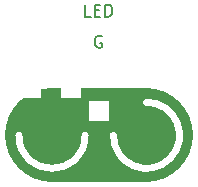
<source format=gto>
%TF.GenerationSoftware,KiCad,Pcbnew,4.0.7-e2-6376~58~ubuntu16.04.1*%
%TF.CreationDate,2018-05-09T10:16:15-07:00*%
%TF.ProjectId,2x2-LED-GREEN-SMT-LIMITED,3278322D4C45442D475245454E2D534D,1.0*%
%TF.FileFunction,Legend,Top*%
%FSLAX46Y46*%
G04 Gerber Fmt 4.6, Leading zero omitted, Abs format (unit mm)*
G04 Created by KiCad (PCBNEW 4.0.7-e2-6376~58~ubuntu16.04.1) date Wed May  9 10:16:15 2018*
%MOMM*%
%LPD*%
G01*
G04 APERTURE LIST*
%ADD10C,0.350000*%
%ADD11C,0.152400*%
%ADD12C,8.000000*%
%ADD13C,0.150000*%
%ADD14C,0.600000*%
%ADD15R,1.652400X1.752400*%
%ADD16R,1.752400X1.652400*%
G04 APERTURE END LIST*
D10*
D11*
X14490095Y-44450000D02*
X14393333Y-44401619D01*
X14248190Y-44401619D01*
X14103048Y-44450000D01*
X14006286Y-44546762D01*
X13957905Y-44643524D01*
X13909524Y-44837048D01*
X13909524Y-44982190D01*
X13957905Y-45175714D01*
X14006286Y-45272476D01*
X14103048Y-45369238D01*
X14248190Y-45417619D01*
X14344952Y-45417619D01*
X14490095Y-45369238D01*
X14538476Y-45320857D01*
X14538476Y-44982190D01*
X14344952Y-44982190D01*
D12*
X10288000Y-52832000D02*
X18288000Y-52832000D01*
D13*
X8582571Y-53521429D02*
X7856857Y-53521429D01*
X7856857Y-51997429D01*
X9090571Y-52723143D02*
X9598571Y-52723143D01*
X9816285Y-53521429D02*
X9090571Y-53521429D01*
X9090571Y-51997429D01*
X9816285Y-51997429D01*
X10469428Y-53521429D02*
X10469428Y-51997429D01*
X10832285Y-51997429D01*
X11050000Y-52070000D01*
X11195142Y-52215143D01*
X11267714Y-52360286D01*
X11340285Y-52650571D01*
X11340285Y-52868286D01*
X11267714Y-53158571D01*
X11195142Y-53303714D01*
X11050000Y-53448857D01*
X10832285Y-53521429D01*
X10469428Y-53521429D01*
X12791714Y-53521429D02*
X11920857Y-53521429D01*
X12356285Y-53521429D02*
X12356285Y-51997429D01*
X12211142Y-52215143D01*
X12066000Y-52360286D01*
X11920857Y-52432857D01*
X13581143Y-42784381D02*
X13104952Y-42784381D01*
X13104952Y-41784381D01*
X13914476Y-42260571D02*
X14247810Y-42260571D01*
X14390667Y-42784381D02*
X13914476Y-42784381D01*
X13914476Y-41784381D01*
X14390667Y-41784381D01*
X14819238Y-42784381D02*
X14819238Y-41784381D01*
X15057333Y-41784381D01*
X15200191Y-41832000D01*
X15295429Y-41927238D01*
X15343048Y-42022476D01*
X15390667Y-42212952D01*
X15390667Y-42355810D01*
X15343048Y-42546286D01*
X15295429Y-42641524D01*
X15200191Y-42736762D01*
X15057333Y-42784381D01*
X14819238Y-42784381D01*
%LPC*%
D14*
X7488000Y-52832000D02*
G75*
G03X13088000Y-52832000I2800000J0D01*
G01*
X15488000Y-52832000D02*
G75*
G03X18288000Y-50032000I2800000J0D01*
G01*
X18288000Y-47632000D02*
G75*
G03X15488000Y-44832000I0J2800000D01*
G01*
X13088000Y-44832000D02*
G75*
G03X7488000Y-44832000I-2800000J0D01*
G01*
D15*
X8478000Y-48832000D03*
X11898000Y-48832000D03*
D16*
X14288000Y-50792000D03*
X14288000Y-47372000D03*
M02*

</source>
